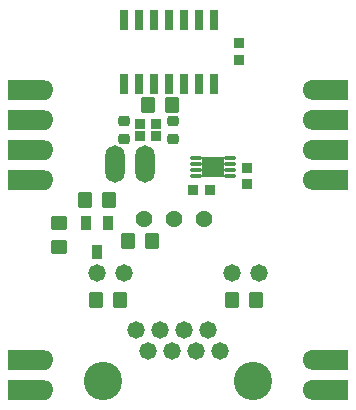
<source format=gbr>
%TF.GenerationSoftware,KiCad,Pcbnew,7.0.7*%
%TF.CreationDate,2023-10-23T01:20:13+09:00*%
%TF.ProjectId,CANFD_module,43414e46-445f-46d6-9f64-756c652e6b69,rev?*%
%TF.SameCoordinates,Original*%
%TF.FileFunction,Soldermask,Bot*%
%TF.FilePolarity,Negative*%
%FSLAX46Y46*%
G04 Gerber Fmt 4.6, Leading zero omitted, Abs format (unit mm)*
G04 Created by KiCad (PCBNEW 7.0.7) date 2023-10-23 01:20:13*
%MOMM*%
%LPD*%
G01*
G04 APERTURE LIST*
G04 Aperture macros list*
%AMRoundRect*
0 Rectangle with rounded corners*
0 $1 Rounding radius*
0 $2 $3 $4 $5 $6 $7 $8 $9 X,Y pos of 4 corners*
0 Add a 4 corners polygon primitive as box body*
4,1,4,$2,$3,$4,$5,$6,$7,$8,$9,$2,$3,0*
0 Add four circle primitives for the rounded corners*
1,1,$1+$1,$2,$3*
1,1,$1+$1,$4,$5*
1,1,$1+$1,$6,$7*
1,1,$1+$1,$8,$9*
0 Add four rect primitives between the rounded corners*
20,1,$1+$1,$2,$3,$4,$5,0*
20,1,$1+$1,$4,$5,$6,$7,0*
20,1,$1+$1,$6,$7,$8,$9,0*
20,1,$1+$1,$8,$9,$2,$3,0*%
G04 Aperture macros list end*
%ADD10RoundRect,0.225000X0.250000X-0.225000X0.250000X0.225000X-0.250000X0.225000X-0.250000X-0.225000X0*%
%ADD11RoundRect,0.225000X-0.250000X0.225000X-0.250000X-0.225000X0.250000X-0.225000X0.250000X0.225000X0*%
%ADD12C,1.627000*%
%ADD13C,1.427000*%
%ADD14C,3.250000*%
%ADD15C,1.477000*%
%ADD16RoundRect,0.063500X0.500000X0.600000X-0.500000X0.600000X-0.500000X-0.600000X0.500000X-0.600000X0*%
%ADD17RoundRect,0.188500X-0.300000X0.000000X-0.300000X0.000000X0.300000X0.000000X0.300000X0.000000X0*%
%ADD18RoundRect,0.063500X-0.900000X0.825000X-0.900000X-0.825000X0.900000X-0.825000X0.900000X0.825000X0*%
%ADD19RoundRect,0.063500X-0.600000X0.500000X-0.600000X-0.500000X0.600000X-0.500000X0.600000X0.500000X0*%
%ADD20RoundRect,0.063500X0.300000X0.775000X-0.300000X0.775000X-0.300000X-0.775000X0.300000X-0.775000X0*%
%ADD21RoundRect,0.063500X-0.350000X-0.400000X0.350000X-0.400000X0.350000X0.400000X-0.350000X0.400000X0*%
%ADD22RoundRect,0.063500X-0.400000X0.500000X-0.400000X-0.500000X0.400000X-0.500000X0.400000X0.500000X0*%
%ADD23O,1.651000X3.175000*%
%ADD24RoundRect,0.063500X-0.500000X-0.600000X0.500000X-0.600000X0.500000X0.600000X-0.500000X0.600000X0*%
%ADD25RoundRect,0.063500X-0.375000X-0.350000X0.375000X-0.350000X0.375000X0.350000X-0.375000X0.350000X0*%
%ADD26RoundRect,0.063500X-0.400000X0.350000X-0.400000X-0.350000X0.400000X-0.350000X0.400000X0.350000X0*%
G04 APERTURE END LIST*
%TO.C,JP5*%
G36*
X137442856Y-118613318D02*
G01*
X137609734Y-118718175D01*
X137746525Y-118854966D01*
X137849449Y-119018767D01*
X137913342Y-119201363D01*
X137935409Y-119397211D01*
X137851382Y-119765356D01*
X137746525Y-119932234D01*
X137609734Y-120069025D01*
X137445933Y-120171949D01*
X137263337Y-120235842D01*
X137074666Y-120257100D01*
X134127600Y-120257100D01*
X134127600Y-118530100D01*
X137078255Y-118530100D01*
X137442856Y-118613318D01*
G37*
G36*
X137442856Y-116073318D02*
G01*
X137609734Y-116178175D01*
X137746525Y-116314966D01*
X137849449Y-116478767D01*
X137913342Y-116661363D01*
X137935409Y-116857211D01*
X137851382Y-117225356D01*
X137746525Y-117392234D01*
X137609734Y-117529025D01*
X137445933Y-117631949D01*
X137263337Y-117695842D01*
X137074666Y-117717100D01*
X134127600Y-117717100D01*
X134127600Y-115990100D01*
X137078255Y-115990100D01*
X137442856Y-116073318D01*
G37*
%TO.C,JP2*%
G36*
X162874600Y-94857100D02*
G01*
X159923945Y-94857100D01*
X159559344Y-94773882D01*
X159392466Y-94669025D01*
X159255675Y-94532234D01*
X159152751Y-94368433D01*
X159088858Y-94185837D01*
X159066791Y-93989989D01*
X159150818Y-93621844D01*
X159255675Y-93454966D01*
X159392466Y-93318175D01*
X159556267Y-93215251D01*
X159738863Y-93151358D01*
X159927534Y-93130100D01*
X162874600Y-93130100D01*
X162874600Y-94857100D01*
G37*
G36*
X162874600Y-97397100D02*
G01*
X159923945Y-97397100D01*
X159559344Y-97313882D01*
X159392466Y-97209025D01*
X159255675Y-97072234D01*
X159152751Y-96908433D01*
X159088858Y-96725837D01*
X159066791Y-96529989D01*
X159150818Y-96161844D01*
X159255675Y-95994966D01*
X159392466Y-95858175D01*
X159556267Y-95755251D01*
X159738863Y-95691358D01*
X159927534Y-95670100D01*
X162874600Y-95670100D01*
X162874600Y-97397100D01*
G37*
G36*
X162874600Y-99937100D02*
G01*
X159923945Y-99937100D01*
X159559344Y-99853882D01*
X159392466Y-99749025D01*
X159255675Y-99612234D01*
X159152751Y-99448433D01*
X159088858Y-99265837D01*
X159066791Y-99069989D01*
X159150818Y-98701844D01*
X159255675Y-98534966D01*
X159392466Y-98398175D01*
X159556267Y-98295251D01*
X159738863Y-98231358D01*
X159927534Y-98210100D01*
X162874600Y-98210100D01*
X162874600Y-99937100D01*
G37*
G36*
X162874600Y-102477100D02*
G01*
X159923945Y-102477100D01*
X159559344Y-102393882D01*
X159392466Y-102289025D01*
X159255675Y-102152234D01*
X159152751Y-101988433D01*
X159088858Y-101805837D01*
X159066791Y-101609989D01*
X159150818Y-101241844D01*
X159255675Y-101074966D01*
X159392466Y-100938175D01*
X159556267Y-100835251D01*
X159738863Y-100771358D01*
X159927534Y-100750100D01*
X162874600Y-100750100D01*
X162874600Y-102477100D01*
G37*
%TO.C,JP3*%
G36*
X137442856Y-100833318D02*
G01*
X137609734Y-100938175D01*
X137746525Y-101074966D01*
X137849449Y-101238767D01*
X137913342Y-101421363D01*
X137935409Y-101617211D01*
X137851382Y-101985356D01*
X137746525Y-102152234D01*
X137609734Y-102289025D01*
X137445933Y-102391949D01*
X137263337Y-102455842D01*
X137074666Y-102477100D01*
X134127600Y-102477100D01*
X134127600Y-100750100D01*
X137078255Y-100750100D01*
X137442856Y-100833318D01*
G37*
G36*
X137442856Y-98293318D02*
G01*
X137609734Y-98398175D01*
X137746525Y-98534966D01*
X137849449Y-98698767D01*
X137913342Y-98881363D01*
X137935409Y-99077211D01*
X137851382Y-99445356D01*
X137746525Y-99612234D01*
X137609734Y-99749025D01*
X137445933Y-99851949D01*
X137263337Y-99915842D01*
X137074666Y-99937100D01*
X134127600Y-99937100D01*
X134127600Y-98210100D01*
X137078255Y-98210100D01*
X137442856Y-98293318D01*
G37*
G36*
X137442856Y-95753318D02*
G01*
X137609734Y-95858175D01*
X137746525Y-95994966D01*
X137849449Y-96158767D01*
X137913342Y-96341363D01*
X137935409Y-96537211D01*
X137851382Y-96905356D01*
X137746525Y-97072234D01*
X137609734Y-97209025D01*
X137445933Y-97311949D01*
X137263337Y-97375842D01*
X137074666Y-97397100D01*
X134127600Y-97397100D01*
X134127600Y-95670100D01*
X137078255Y-95670100D01*
X137442856Y-95753318D01*
G37*
G36*
X137442856Y-93213318D02*
G01*
X137609734Y-93318175D01*
X137746525Y-93454966D01*
X137849449Y-93618767D01*
X137913342Y-93801363D01*
X137935409Y-93997211D01*
X137851382Y-94365356D01*
X137746525Y-94532234D01*
X137609734Y-94669025D01*
X137445933Y-94771949D01*
X137263337Y-94835842D01*
X137074666Y-94857100D01*
X134127600Y-94857100D01*
X134127600Y-93130100D01*
X137078255Y-93130100D01*
X137442856Y-93213318D01*
G37*
%TO.C,JP4*%
G36*
X162874600Y-117717100D02*
G01*
X159923945Y-117717100D01*
X159559344Y-117633882D01*
X159392466Y-117529025D01*
X159255675Y-117392234D01*
X159152751Y-117228433D01*
X159088858Y-117045837D01*
X159066791Y-116849989D01*
X159150818Y-116481844D01*
X159255675Y-116314966D01*
X159392466Y-116178175D01*
X159556267Y-116075251D01*
X159738863Y-116011358D01*
X159927534Y-115990100D01*
X162874600Y-115990100D01*
X162874600Y-117717100D01*
G37*
G36*
X162874600Y-120257100D02*
G01*
X159923945Y-120257100D01*
X159559344Y-120173882D01*
X159392466Y-120069025D01*
X159255675Y-119932234D01*
X159152751Y-119768433D01*
X159088858Y-119585837D01*
X159066791Y-119389989D01*
X159150818Y-119021844D01*
X159255675Y-118854966D01*
X159392466Y-118718175D01*
X159556267Y-118615251D01*
X159738863Y-118551358D01*
X159927534Y-118530100D01*
X162874600Y-118530100D01*
X162874600Y-120257100D01*
G37*
%TD*%
D10*
%TO.C,C4*%
X148031200Y-98175000D03*
X148031200Y-96625000D03*
%TD*%
D11*
%TO.C,C5*%
X143865600Y-98175000D03*
X143865600Y-96625000D03*
%TD*%
D12*
%TO.C,JP5*%
X137071100Y-119393600D03*
X135461100Y-119393600D03*
X137071100Y-116853600D03*
X135461100Y-116853600D03*
%TD*%
%TO.C,JP2*%
X159931100Y-93993600D03*
X161541100Y-93993600D03*
X159931100Y-96533600D03*
X161541100Y-96533600D03*
X159931100Y-99073600D03*
X161541100Y-99073600D03*
X159931100Y-101613600D03*
X161541100Y-101613600D03*
%TD*%
%TO.C,JP3*%
X137071100Y-101613600D03*
X135461100Y-101613600D03*
X137071100Y-99073600D03*
X135461100Y-99073600D03*
X137071100Y-96533600D03*
X135461100Y-96533600D03*
X137071100Y-93993600D03*
X135461100Y-93993600D03*
%TD*%
D13*
%TO.C,SW1*%
X148161100Y-104953600D03*
X150701100Y-104953600D03*
X145621100Y-104953600D03*
%TD*%
D14*
%TO.C,RJ45_1*%
X142151100Y-118653600D03*
X154851100Y-118653600D03*
D15*
X152071100Y-116113600D03*
X151051100Y-114333600D03*
X150031100Y-116113600D03*
X149011100Y-114333600D03*
X147991100Y-116113600D03*
X146971100Y-114333600D03*
X145951100Y-116113600D03*
X144931100Y-114333600D03*
X141641100Y-109513600D03*
X143931100Y-109513600D03*
X153071100Y-109513600D03*
X155361100Y-109513600D03*
%TD*%
D12*
%TO.C,JP4*%
X159931100Y-116853600D03*
X161541100Y-116853600D03*
X159931100Y-119393600D03*
X161541100Y-119393600D03*
%TD*%
D16*
%TO.C,R5*%
X142641100Y-103303600D03*
X140641100Y-103303600D03*
%TD*%
D17*
%TO.C,U$1*%
X150011100Y-100253600D03*
X150011100Y-100753600D03*
D18*
X151461100Y-100503600D03*
D17*
X152911100Y-101253600D03*
X150011100Y-99753600D03*
X152911100Y-99753600D03*
X152911100Y-100753600D03*
X150011100Y-101253600D03*
X152911100Y-100253600D03*
%TD*%
D19*
%TO.C,R6*%
X138371100Y-105313600D03*
X138371100Y-107313600D03*
%TD*%
D20*
%TO.C,U2*%
X149021100Y-93473600D03*
X147751100Y-93473600D03*
X145211100Y-88073600D03*
X143941100Y-88073600D03*
X150291100Y-88073600D03*
X145211100Y-93473600D03*
X146481100Y-93473600D03*
X150291100Y-93473600D03*
X146481100Y-88073600D03*
X147751100Y-88073600D03*
X149021100Y-88073600D03*
X151561100Y-93473600D03*
X151561100Y-88073600D03*
X143941100Y-93473600D03*
%TD*%
D21*
%TO.C,C1*%
X149761100Y-102503600D03*
X151161100Y-102503600D03*
%TD*%
D22*
%TO.C,TR1*%
X140651100Y-105293600D03*
X141601100Y-107693600D03*
X142551100Y-105293600D03*
%TD*%
D23*
%TO.C,JP1*%
X145694400Y-100279200D03*
X143154400Y-100279200D03*
%TD*%
D24*
%TO.C,R1*%
X145961100Y-95250000D03*
X147961100Y-95250000D03*
%TD*%
D16*
%TO.C,R3*%
X143561100Y-111803600D03*
X141561100Y-111803600D03*
%TD*%
D25*
%TO.C,X1*%
X145286100Y-96903600D03*
X146636100Y-97903600D03*
X145286100Y-97903600D03*
X146636100Y-96903600D03*
%TD*%
D24*
%TO.C,R4*%
X153091100Y-111803600D03*
X155091100Y-111803600D03*
%TD*%
D26*
%TO.C,C3*%
X153661100Y-90043600D03*
X153661100Y-91443600D03*
%TD*%
D24*
%TO.C,R2*%
X144261100Y-106793600D03*
X146261100Y-106793600D03*
%TD*%
D26*
%TO.C,C2*%
X154361100Y-100583600D03*
X154361100Y-101983600D03*
%TD*%
M02*

</source>
